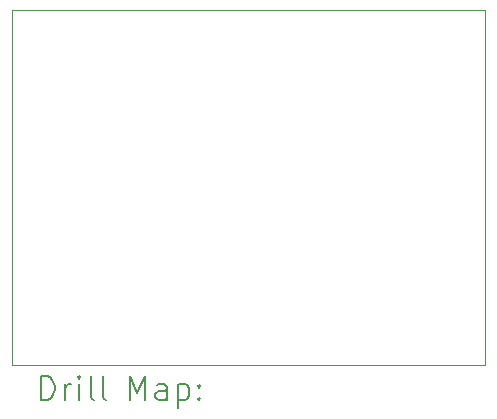
<source format=gbr>
%TF.GenerationSoftware,KiCad,Pcbnew,(7.0.0)*%
%TF.CreationDate,2023-03-31T08:30:36+02:00*%
%TF.ProjectId,MP2393,4d503233-3933-42e6-9b69-6361645f7063,rev?*%
%TF.SameCoordinates,Original*%
%TF.FileFunction,Drillmap*%
%TF.FilePolarity,Positive*%
%FSLAX45Y45*%
G04 Gerber Fmt 4.5, Leading zero omitted, Abs format (unit mm)*
G04 Created by KiCad (PCBNEW (7.0.0)) date 2023-03-31 08:30:36*
%MOMM*%
%LPD*%
G01*
G04 APERTURE LIST*
%ADD10C,0.100000*%
%ADD11C,0.200000*%
G04 APERTURE END LIST*
D10*
X16000000Y-500000D02*
X12000000Y-500000D01*
X16000000Y-3500000D02*
X16000000Y-500000D01*
X12000000Y-3500000D02*
X16000000Y-3500000D01*
X12000000Y-500000D02*
X12000000Y-3500000D01*
D11*
X12242619Y-3798476D02*
X12242619Y-3598476D01*
X12242619Y-3598476D02*
X12290238Y-3598476D01*
X12290238Y-3598476D02*
X12318809Y-3608000D01*
X12318809Y-3608000D02*
X12337857Y-3627048D01*
X12337857Y-3627048D02*
X12347381Y-3646095D01*
X12347381Y-3646095D02*
X12356905Y-3684190D01*
X12356905Y-3684190D02*
X12356905Y-3712762D01*
X12356905Y-3712762D02*
X12347381Y-3750857D01*
X12347381Y-3750857D02*
X12337857Y-3769905D01*
X12337857Y-3769905D02*
X12318809Y-3788952D01*
X12318809Y-3788952D02*
X12290238Y-3798476D01*
X12290238Y-3798476D02*
X12242619Y-3798476D01*
X12442619Y-3798476D02*
X12442619Y-3665143D01*
X12442619Y-3703238D02*
X12452143Y-3684190D01*
X12452143Y-3684190D02*
X12461667Y-3674667D01*
X12461667Y-3674667D02*
X12480714Y-3665143D01*
X12480714Y-3665143D02*
X12499762Y-3665143D01*
X12566428Y-3798476D02*
X12566428Y-3665143D01*
X12566428Y-3598476D02*
X12556905Y-3608000D01*
X12556905Y-3608000D02*
X12566428Y-3617524D01*
X12566428Y-3617524D02*
X12575952Y-3608000D01*
X12575952Y-3608000D02*
X12566428Y-3598476D01*
X12566428Y-3598476D02*
X12566428Y-3617524D01*
X12690238Y-3798476D02*
X12671190Y-3788952D01*
X12671190Y-3788952D02*
X12661667Y-3769905D01*
X12661667Y-3769905D02*
X12661667Y-3598476D01*
X12795000Y-3798476D02*
X12775952Y-3788952D01*
X12775952Y-3788952D02*
X12766428Y-3769905D01*
X12766428Y-3769905D02*
X12766428Y-3598476D01*
X12991190Y-3798476D02*
X12991190Y-3598476D01*
X12991190Y-3598476D02*
X13057857Y-3741333D01*
X13057857Y-3741333D02*
X13124524Y-3598476D01*
X13124524Y-3598476D02*
X13124524Y-3798476D01*
X13305476Y-3798476D02*
X13305476Y-3693714D01*
X13305476Y-3693714D02*
X13295952Y-3674667D01*
X13295952Y-3674667D02*
X13276905Y-3665143D01*
X13276905Y-3665143D02*
X13238809Y-3665143D01*
X13238809Y-3665143D02*
X13219762Y-3674667D01*
X13305476Y-3788952D02*
X13286428Y-3798476D01*
X13286428Y-3798476D02*
X13238809Y-3798476D01*
X13238809Y-3798476D02*
X13219762Y-3788952D01*
X13219762Y-3788952D02*
X13210238Y-3769905D01*
X13210238Y-3769905D02*
X13210238Y-3750857D01*
X13210238Y-3750857D02*
X13219762Y-3731809D01*
X13219762Y-3731809D02*
X13238809Y-3722286D01*
X13238809Y-3722286D02*
X13286428Y-3722286D01*
X13286428Y-3722286D02*
X13305476Y-3712762D01*
X13400714Y-3665143D02*
X13400714Y-3865143D01*
X13400714Y-3674667D02*
X13419762Y-3665143D01*
X13419762Y-3665143D02*
X13457857Y-3665143D01*
X13457857Y-3665143D02*
X13476905Y-3674667D01*
X13476905Y-3674667D02*
X13486428Y-3684190D01*
X13486428Y-3684190D02*
X13495952Y-3703238D01*
X13495952Y-3703238D02*
X13495952Y-3760381D01*
X13495952Y-3760381D02*
X13486428Y-3779428D01*
X13486428Y-3779428D02*
X13476905Y-3788952D01*
X13476905Y-3788952D02*
X13457857Y-3798476D01*
X13457857Y-3798476D02*
X13419762Y-3798476D01*
X13419762Y-3798476D02*
X13400714Y-3788952D01*
X13581667Y-3779428D02*
X13591190Y-3788952D01*
X13591190Y-3788952D02*
X13581667Y-3798476D01*
X13581667Y-3798476D02*
X13572143Y-3788952D01*
X13572143Y-3788952D02*
X13581667Y-3779428D01*
X13581667Y-3779428D02*
X13581667Y-3798476D01*
X13581667Y-3674667D02*
X13591190Y-3684190D01*
X13591190Y-3684190D02*
X13581667Y-3693714D01*
X13581667Y-3693714D02*
X13572143Y-3684190D01*
X13572143Y-3684190D02*
X13581667Y-3674667D01*
X13581667Y-3674667D02*
X13581667Y-3693714D01*
M02*

</source>
